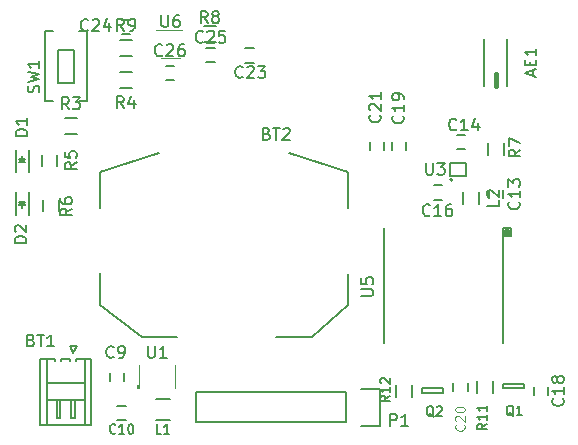
<source format=gto>
G04 #@! TF.FileFunction,Legend,Top*
%FSLAX46Y46*%
G04 Gerber Fmt 4.6, Leading zero omitted, Abs format (unit mm)*
G04 Created by KiCad (PCBNEW 4.0.5+dfsg1-4~bpo8+1) date Tue Nov 21 17:33:29 2017*
%MOMM*%
%LPD*%
G01*
G04 APERTURE LIST*
%ADD10C,0.100000*%
%ADD11C,0.200000*%
%ADD12C,0.150000*%
%ADD13C,0.400000*%
%ADD14C,0.120000*%
G04 APERTURE END LIST*
D10*
D11*
X98700000Y-86400000D02*
X101700000Y-86400000D01*
X113100000Y-86400000D02*
X110100000Y-86400000D01*
X95200000Y-72500000D02*
X95200000Y-75500000D01*
X95200000Y-83700000D02*
X95200000Y-81000000D01*
X116200000Y-83700000D02*
X116200000Y-81100000D01*
X116200000Y-72500000D02*
X116200000Y-75500000D01*
X116200000Y-72500000D02*
X111200000Y-70900000D01*
X95200000Y-72500000D02*
X100200000Y-70900000D01*
X98700000Y-86400000D02*
X95200000Y-83700000D01*
X113100000Y-86400000D02*
X116200000Y-83700000D01*
D12*
X93150000Y-88450000D02*
X93150000Y-88300000D01*
X93150000Y-88300000D02*
X94450000Y-88300000D01*
X94450000Y-88300000D02*
X94450000Y-93900000D01*
X94450000Y-93900000D02*
X90100000Y-93900000D01*
X90100000Y-93900000D02*
X90100000Y-88300000D01*
X90100000Y-88300000D02*
X91400000Y-88300000D01*
X91400000Y-88300000D02*
X91400000Y-88450000D01*
X93900000Y-91800000D02*
X90650000Y-91800000D01*
X93900000Y-90300000D02*
X90650000Y-90300000D01*
X93900000Y-93900000D02*
X93900000Y-88300000D01*
X90650000Y-93900000D02*
X90650000Y-88300000D01*
X92900000Y-91800000D02*
X93050000Y-91800000D01*
X93050000Y-91800000D02*
X93050000Y-93262500D01*
X93050000Y-93262500D02*
X92900000Y-93300000D01*
X92900000Y-93300000D02*
X92750000Y-93262500D01*
X92750000Y-93262500D02*
X92750000Y-91800000D01*
X92750000Y-91800000D02*
X92900000Y-91800000D01*
X91650000Y-91800000D02*
X91800000Y-91800000D01*
X91800000Y-91800000D02*
X91800000Y-93262500D01*
X91800000Y-93262500D02*
X91650000Y-93300000D01*
X91650000Y-93300000D02*
X91500000Y-93262500D01*
X91500000Y-93262500D02*
X91500000Y-91800000D01*
X91500000Y-91800000D02*
X91650000Y-91800000D01*
X92650000Y-88450000D02*
X92650000Y-88300000D01*
X92650000Y-88300000D02*
X91900000Y-88300000D01*
X91900000Y-88300000D02*
X91900000Y-88450000D01*
X92900000Y-87800000D02*
X93200000Y-87200000D01*
X93200000Y-87200000D02*
X92600000Y-87200000D01*
X92600000Y-87200000D02*
X92900000Y-87800000D01*
D11*
X129450000Y-77800000D02*
X129450000Y-77400000D01*
X129450000Y-77400000D02*
X129800000Y-77400000D01*
X129800000Y-77400000D02*
X129800000Y-77700000D01*
X129800000Y-77700000D02*
X129600000Y-77700000D01*
X129600000Y-77700000D02*
X129600000Y-77500000D01*
X129600000Y-77500000D02*
X129700000Y-77500000D01*
X129300000Y-77250000D02*
X129950000Y-77250000D01*
X129950000Y-77250000D02*
X129950000Y-77850000D01*
X129950000Y-77850000D02*
X129300000Y-77850000D01*
X119200000Y-86950000D02*
X119200000Y-77250000D01*
X129300000Y-85300000D02*
X129300000Y-77250000D01*
X129300000Y-86950000D02*
X129300000Y-85300000D01*
D13*
X128670000Y-65190000D02*
X128670000Y-64190000D01*
D11*
X129670000Y-61190000D02*
X129670000Y-65190000D01*
X127670000Y-65190000D02*
X127670000Y-61190000D01*
D12*
X96000000Y-90150000D02*
X96000000Y-89450000D01*
X97200000Y-89450000D02*
X97200000Y-90150000D01*
X97350000Y-93500000D02*
X96650000Y-93500000D01*
X96650000Y-92300000D02*
X97350000Y-92300000D01*
X129330000Y-73960000D02*
X129330000Y-74660000D01*
X128130000Y-74660000D02*
X128130000Y-73960000D01*
X126100000Y-70550000D02*
X125400000Y-70550000D01*
X125400000Y-69350000D02*
X126100000Y-69350000D01*
X124150000Y-74800000D02*
X123450000Y-74800000D01*
X123450000Y-73600000D02*
X124150000Y-73600000D01*
X133100000Y-90650000D02*
X133100000Y-91350000D01*
X131900000Y-91350000D02*
X131900000Y-90650000D01*
X119900000Y-70650000D02*
X119900000Y-69950000D01*
X121100000Y-69950000D02*
X121100000Y-70650000D01*
X126300000Y-90350000D02*
X126300000Y-91050000D01*
X125100000Y-91050000D02*
X125100000Y-90350000D01*
X118000000Y-70650000D02*
X118000000Y-69950000D01*
X119200000Y-69950000D02*
X119200000Y-70650000D01*
X89150000Y-72500000D02*
X89150000Y-70600000D01*
X88050000Y-72500000D02*
X88050000Y-70600000D01*
X88600000Y-71600000D02*
X88600000Y-71150000D01*
X88350000Y-71650000D02*
X88850000Y-71650000D01*
X88600000Y-71650000D02*
X88350000Y-71400000D01*
X88350000Y-71400000D02*
X88850000Y-71400000D01*
X88850000Y-71400000D02*
X88600000Y-71650000D01*
X88050000Y-74200000D02*
X88050000Y-76100000D01*
X89150000Y-74200000D02*
X89150000Y-76100000D01*
X88600000Y-75100000D02*
X88600000Y-75550000D01*
X88850000Y-75050000D02*
X88350000Y-75050000D01*
X88600000Y-75050000D02*
X88850000Y-75300000D01*
X88850000Y-75300000D02*
X88350000Y-75300000D01*
X88350000Y-75300000D02*
X88600000Y-75050000D01*
X101100000Y-93475000D02*
X99900000Y-93475000D01*
X99900000Y-91725000D02*
X101100000Y-91725000D01*
X116030000Y-93670000D02*
X103330000Y-93670000D01*
X103330000Y-93670000D02*
X103330000Y-91130000D01*
X103330000Y-91130000D02*
X116030000Y-91130000D01*
X118850000Y-93950000D02*
X117300000Y-93950000D01*
X116030000Y-93670000D02*
X116030000Y-91130000D01*
X117300000Y-90850000D02*
X118850000Y-90850000D01*
X118850000Y-90850000D02*
X118850000Y-93950000D01*
X129300000Y-90800000D02*
X131100000Y-90800000D01*
X131100000Y-90800000D02*
X131100000Y-90400000D01*
X131100000Y-90400000D02*
X129300000Y-90400000D01*
X129300000Y-90400000D02*
X129300000Y-90800000D01*
X122400000Y-91200000D02*
X124200000Y-91200000D01*
X124200000Y-91200000D02*
X124200000Y-90800000D01*
X124200000Y-90800000D02*
X122400000Y-90800000D01*
X122400000Y-90800000D02*
X122400000Y-91200000D01*
X93200000Y-69275000D02*
X92200000Y-69275000D01*
X92200000Y-67925000D02*
X93200000Y-67925000D01*
X91575000Y-71000000D02*
X91575000Y-72000000D01*
X90225000Y-72000000D02*
X90225000Y-71000000D01*
X91675000Y-74800000D02*
X91675000Y-75800000D01*
X90325000Y-75800000D02*
X90325000Y-74800000D01*
X129345000Y-70020000D02*
X129345000Y-71020000D01*
X127995000Y-71020000D02*
X127995000Y-70020000D01*
X128475000Y-90200000D02*
X128475000Y-91200000D01*
X127125000Y-91200000D02*
X127125000Y-90200000D01*
X121575000Y-90500000D02*
X121575000Y-91500000D01*
X120225000Y-91500000D02*
X120225000Y-90500000D01*
X91600000Y-64900000D02*
X91600000Y-62100000D01*
X91600000Y-62100000D02*
X93000000Y-62100000D01*
X93000000Y-62100000D02*
X93000000Y-64900000D01*
X93000000Y-64900000D02*
X91600000Y-64900000D01*
X90550000Y-60500000D02*
X91200000Y-60500000D01*
X94050000Y-60500000D02*
X93400000Y-60500000D01*
X93400000Y-66500000D02*
X94050000Y-66500000D01*
X90550000Y-66500000D02*
X91200000Y-66500000D01*
X90550000Y-60500000D02*
X90550000Y-66500000D01*
X94050000Y-66500000D02*
X94050000Y-60500000D01*
D10*
X98400000Y-90800000D02*
X98300000Y-90800000D01*
X98300000Y-90800000D02*
X98300000Y-90500000D01*
X98300000Y-90500000D02*
X98400000Y-90500000D01*
X98500000Y-90800000D02*
X98400000Y-90800000D01*
X98400000Y-90800000D02*
X98400000Y-90500000D01*
X98400000Y-90500000D02*
X98500000Y-90500000D01*
X101500000Y-90800000D02*
X101500000Y-88800000D01*
X98500000Y-90800000D02*
X98500000Y-88800000D01*
D12*
X125925000Y-75200000D02*
X125925000Y-74200000D01*
X127275000Y-74200000D02*
X127275000Y-75200000D01*
X125025000Y-73125000D02*
G75*
G03X125025000Y-73125000I-100000J0D01*
G01*
X124825000Y-72850000D02*
X124825000Y-71775000D01*
X124825000Y-71750000D02*
X126175000Y-71750000D01*
X126175000Y-71750000D02*
X126175000Y-72825000D01*
X126175000Y-72850000D02*
X124825000Y-72850000D01*
X107480000Y-62010000D02*
X108180000Y-62010000D01*
X108180000Y-63210000D02*
X107480000Y-63210000D01*
X97720000Y-60790000D02*
X97020000Y-60790000D01*
X97020000Y-59590000D02*
X97720000Y-59590000D01*
X104190000Y-61980000D02*
X104890000Y-61980000D01*
X104890000Y-63180000D02*
X104190000Y-63180000D01*
X100740000Y-63510000D02*
X101440000Y-63510000D01*
X101440000Y-64710000D02*
X100740000Y-64710000D01*
X96850000Y-64035000D02*
X97850000Y-64035000D01*
X97850000Y-65385000D02*
X96850000Y-65385000D01*
X104000000Y-60135000D02*
X105000000Y-60135000D01*
X105000000Y-61485000D02*
X104000000Y-61485000D01*
X97870000Y-62615000D02*
X96870000Y-62615000D01*
X96870000Y-61265000D02*
X97870000Y-61265000D01*
D14*
X102140000Y-60490000D02*
X99940000Y-60490000D01*
X101940000Y-62790000D02*
X100340000Y-62790000D01*
D12*
X109294286Y-69218571D02*
X109437143Y-69266190D01*
X109484762Y-69313810D01*
X109532381Y-69409048D01*
X109532381Y-69551905D01*
X109484762Y-69647143D01*
X109437143Y-69694762D01*
X109341905Y-69742381D01*
X108960952Y-69742381D01*
X108960952Y-68742381D01*
X109294286Y-68742381D01*
X109389524Y-68790000D01*
X109437143Y-68837619D01*
X109484762Y-68932857D01*
X109484762Y-69028095D01*
X109437143Y-69123333D01*
X109389524Y-69170952D01*
X109294286Y-69218571D01*
X108960952Y-69218571D01*
X109818095Y-68742381D02*
X110389524Y-68742381D01*
X110103809Y-69742381D02*
X110103809Y-68742381D01*
X110675238Y-68837619D02*
X110722857Y-68790000D01*
X110818095Y-68742381D01*
X111056191Y-68742381D01*
X111151429Y-68790000D01*
X111199048Y-68837619D01*
X111246667Y-68932857D01*
X111246667Y-69028095D01*
X111199048Y-69170952D01*
X110627619Y-69742381D01*
X111246667Y-69742381D01*
X89334286Y-86718571D02*
X89477143Y-86766190D01*
X89524762Y-86813810D01*
X89572381Y-86909048D01*
X89572381Y-87051905D01*
X89524762Y-87147143D01*
X89477143Y-87194762D01*
X89381905Y-87242381D01*
X89000952Y-87242381D01*
X89000952Y-86242381D01*
X89334286Y-86242381D01*
X89429524Y-86290000D01*
X89477143Y-86337619D01*
X89524762Y-86432857D01*
X89524762Y-86528095D01*
X89477143Y-86623333D01*
X89429524Y-86670952D01*
X89334286Y-86718571D01*
X89000952Y-86718571D01*
X89858095Y-86242381D02*
X90429524Y-86242381D01*
X90143809Y-87242381D02*
X90143809Y-86242381D01*
X91286667Y-87242381D02*
X90715238Y-87242381D01*
X91000952Y-87242381D02*
X91000952Y-86242381D01*
X90905714Y-86385238D01*
X90810476Y-86480476D01*
X90715238Y-86528095D01*
X117302381Y-82961905D02*
X118111905Y-82961905D01*
X118207143Y-82914286D01*
X118254762Y-82866667D01*
X118302381Y-82771429D01*
X118302381Y-82580952D01*
X118254762Y-82485714D01*
X118207143Y-82438095D01*
X118111905Y-82390476D01*
X117302381Y-82390476D01*
X117302381Y-81438095D02*
X117302381Y-81914286D01*
X117778571Y-81961905D01*
X117730952Y-81914286D01*
X117683333Y-81819048D01*
X117683333Y-81580952D01*
X117730952Y-81485714D01*
X117778571Y-81438095D01*
X117873810Y-81390476D01*
X118111905Y-81390476D01*
X118207143Y-81438095D01*
X118254762Y-81485714D01*
X118302381Y-81580952D01*
X118302381Y-81819048D01*
X118254762Y-81914286D01*
X118207143Y-81961905D01*
X131836667Y-64356667D02*
X131836667Y-63880476D01*
X132122381Y-64451905D02*
X131122381Y-64118572D01*
X132122381Y-63785238D01*
X131598571Y-63451905D02*
X131598571Y-63118571D01*
X132122381Y-62975714D02*
X132122381Y-63451905D01*
X131122381Y-63451905D01*
X131122381Y-62975714D01*
X132122381Y-62023333D02*
X132122381Y-62594762D01*
X132122381Y-62309048D02*
X131122381Y-62309048D01*
X131265238Y-62404286D01*
X131360476Y-62499524D01*
X131408095Y-62594762D01*
X96333334Y-88107143D02*
X96285715Y-88154762D01*
X96142858Y-88202381D01*
X96047620Y-88202381D01*
X95904762Y-88154762D01*
X95809524Y-88059524D01*
X95761905Y-87964286D01*
X95714286Y-87773810D01*
X95714286Y-87630952D01*
X95761905Y-87440476D01*
X95809524Y-87345238D01*
X95904762Y-87250000D01*
X96047620Y-87202381D01*
X96142858Y-87202381D01*
X96285715Y-87250000D01*
X96333334Y-87297619D01*
X96809524Y-88202381D02*
X97000000Y-88202381D01*
X97095239Y-88154762D01*
X97142858Y-88107143D01*
X97238096Y-87964286D01*
X97285715Y-87773810D01*
X97285715Y-87392857D01*
X97238096Y-87297619D01*
X97190477Y-87250000D01*
X97095239Y-87202381D01*
X96904762Y-87202381D01*
X96809524Y-87250000D01*
X96761905Y-87297619D01*
X96714286Y-87392857D01*
X96714286Y-87630952D01*
X96761905Y-87726190D01*
X96809524Y-87773810D01*
X96904762Y-87821429D01*
X97095239Y-87821429D01*
X97190477Y-87773810D01*
X97238096Y-87726190D01*
X97285715Y-87630952D01*
X96485714Y-94535714D02*
X96447619Y-94573810D01*
X96333333Y-94611905D01*
X96257143Y-94611905D01*
X96142857Y-94573810D01*
X96066666Y-94497619D01*
X96028571Y-94421429D01*
X95990476Y-94269048D01*
X95990476Y-94154762D01*
X96028571Y-94002381D01*
X96066666Y-93926190D01*
X96142857Y-93850000D01*
X96257143Y-93811905D01*
X96333333Y-93811905D01*
X96447619Y-93850000D01*
X96485714Y-93888095D01*
X97247619Y-94611905D02*
X96790476Y-94611905D01*
X97019047Y-94611905D02*
X97019047Y-93811905D01*
X96942857Y-93926190D01*
X96866666Y-94002381D01*
X96790476Y-94040476D01*
X97742857Y-93811905D02*
X97819048Y-93811905D01*
X97895238Y-93850000D01*
X97933333Y-93888095D01*
X97971429Y-93964286D01*
X98009524Y-94116667D01*
X98009524Y-94307143D01*
X97971429Y-94459524D01*
X97933333Y-94535714D01*
X97895238Y-94573810D01*
X97819048Y-94611905D01*
X97742857Y-94611905D01*
X97666667Y-94573810D01*
X97628571Y-94535714D01*
X97590476Y-94459524D01*
X97552381Y-94307143D01*
X97552381Y-94116667D01*
X97590476Y-93964286D01*
X97628571Y-93888095D01*
X97666667Y-93850000D01*
X97742857Y-93811905D01*
X130637143Y-74992857D02*
X130684762Y-75040476D01*
X130732381Y-75183333D01*
X130732381Y-75278571D01*
X130684762Y-75421429D01*
X130589524Y-75516667D01*
X130494286Y-75564286D01*
X130303810Y-75611905D01*
X130160952Y-75611905D01*
X129970476Y-75564286D01*
X129875238Y-75516667D01*
X129780000Y-75421429D01*
X129732381Y-75278571D01*
X129732381Y-75183333D01*
X129780000Y-75040476D01*
X129827619Y-74992857D01*
X130732381Y-74040476D02*
X130732381Y-74611905D01*
X130732381Y-74326191D02*
X129732381Y-74326191D01*
X129875238Y-74421429D01*
X129970476Y-74516667D01*
X130018095Y-74611905D01*
X129732381Y-73707143D02*
X129732381Y-73088095D01*
X130113333Y-73421429D01*
X130113333Y-73278571D01*
X130160952Y-73183333D01*
X130208571Y-73135714D01*
X130303810Y-73088095D01*
X130541905Y-73088095D01*
X130637143Y-73135714D01*
X130684762Y-73183333D01*
X130732381Y-73278571D01*
X130732381Y-73564286D01*
X130684762Y-73659524D01*
X130637143Y-73707143D01*
X125357143Y-68857143D02*
X125309524Y-68904762D01*
X125166667Y-68952381D01*
X125071429Y-68952381D01*
X124928571Y-68904762D01*
X124833333Y-68809524D01*
X124785714Y-68714286D01*
X124738095Y-68523810D01*
X124738095Y-68380952D01*
X124785714Y-68190476D01*
X124833333Y-68095238D01*
X124928571Y-68000000D01*
X125071429Y-67952381D01*
X125166667Y-67952381D01*
X125309524Y-68000000D01*
X125357143Y-68047619D01*
X126309524Y-68952381D02*
X125738095Y-68952381D01*
X126023809Y-68952381D02*
X126023809Y-67952381D01*
X125928571Y-68095238D01*
X125833333Y-68190476D01*
X125738095Y-68238095D01*
X127166667Y-68285714D02*
X127166667Y-68952381D01*
X126928571Y-67904762D02*
X126690476Y-68619048D01*
X127309524Y-68619048D01*
X123107143Y-76107143D02*
X123059524Y-76154762D01*
X122916667Y-76202381D01*
X122821429Y-76202381D01*
X122678571Y-76154762D01*
X122583333Y-76059524D01*
X122535714Y-75964286D01*
X122488095Y-75773810D01*
X122488095Y-75630952D01*
X122535714Y-75440476D01*
X122583333Y-75345238D01*
X122678571Y-75250000D01*
X122821429Y-75202381D01*
X122916667Y-75202381D01*
X123059524Y-75250000D01*
X123107143Y-75297619D01*
X124059524Y-76202381D02*
X123488095Y-76202381D01*
X123773809Y-76202381D02*
X123773809Y-75202381D01*
X123678571Y-75345238D01*
X123583333Y-75440476D01*
X123488095Y-75488095D01*
X124916667Y-75202381D02*
X124726190Y-75202381D01*
X124630952Y-75250000D01*
X124583333Y-75297619D01*
X124488095Y-75440476D01*
X124440476Y-75630952D01*
X124440476Y-76011905D01*
X124488095Y-76107143D01*
X124535714Y-76154762D01*
X124630952Y-76202381D01*
X124821429Y-76202381D01*
X124916667Y-76154762D01*
X124964286Y-76107143D01*
X125011905Y-76011905D01*
X125011905Y-75773810D01*
X124964286Y-75678571D01*
X124916667Y-75630952D01*
X124821429Y-75583333D01*
X124630952Y-75583333D01*
X124535714Y-75630952D01*
X124488095Y-75678571D01*
X124440476Y-75773810D01*
X134357143Y-91642857D02*
X134404762Y-91690476D01*
X134452381Y-91833333D01*
X134452381Y-91928571D01*
X134404762Y-92071429D01*
X134309524Y-92166667D01*
X134214286Y-92214286D01*
X134023810Y-92261905D01*
X133880952Y-92261905D01*
X133690476Y-92214286D01*
X133595238Y-92166667D01*
X133500000Y-92071429D01*
X133452381Y-91928571D01*
X133452381Y-91833333D01*
X133500000Y-91690476D01*
X133547619Y-91642857D01*
X134452381Y-90690476D02*
X134452381Y-91261905D01*
X134452381Y-90976191D02*
X133452381Y-90976191D01*
X133595238Y-91071429D01*
X133690476Y-91166667D01*
X133738095Y-91261905D01*
X133880952Y-90119048D02*
X133833333Y-90214286D01*
X133785714Y-90261905D01*
X133690476Y-90309524D01*
X133642857Y-90309524D01*
X133547619Y-90261905D01*
X133500000Y-90214286D01*
X133452381Y-90119048D01*
X133452381Y-89928571D01*
X133500000Y-89833333D01*
X133547619Y-89785714D01*
X133642857Y-89738095D01*
X133690476Y-89738095D01*
X133785714Y-89785714D01*
X133833333Y-89833333D01*
X133880952Y-89928571D01*
X133880952Y-90119048D01*
X133928571Y-90214286D01*
X133976190Y-90261905D01*
X134071429Y-90309524D01*
X134261905Y-90309524D01*
X134357143Y-90261905D01*
X134404762Y-90214286D01*
X134452381Y-90119048D01*
X134452381Y-89928571D01*
X134404762Y-89833333D01*
X134357143Y-89785714D01*
X134261905Y-89738095D01*
X134071429Y-89738095D01*
X133976190Y-89785714D01*
X133928571Y-89833333D01*
X133880952Y-89928571D01*
X120807143Y-67722857D02*
X120854762Y-67770476D01*
X120902381Y-67913333D01*
X120902381Y-68008571D01*
X120854762Y-68151429D01*
X120759524Y-68246667D01*
X120664286Y-68294286D01*
X120473810Y-68341905D01*
X120330952Y-68341905D01*
X120140476Y-68294286D01*
X120045238Y-68246667D01*
X119950000Y-68151429D01*
X119902381Y-68008571D01*
X119902381Y-67913333D01*
X119950000Y-67770476D01*
X119997619Y-67722857D01*
X120902381Y-66770476D02*
X120902381Y-67341905D01*
X120902381Y-67056191D02*
X119902381Y-67056191D01*
X120045238Y-67151429D01*
X120140476Y-67246667D01*
X120188095Y-67341905D01*
X120902381Y-66294286D02*
X120902381Y-66103810D01*
X120854762Y-66008571D01*
X120807143Y-65960952D01*
X120664286Y-65865714D01*
X120473810Y-65818095D01*
X120092857Y-65818095D01*
X119997619Y-65865714D01*
X119950000Y-65913333D01*
X119902381Y-66008571D01*
X119902381Y-66199048D01*
X119950000Y-66294286D01*
X119997619Y-66341905D01*
X120092857Y-66389524D01*
X120330952Y-66389524D01*
X120426190Y-66341905D01*
X120473810Y-66294286D01*
X120521429Y-66199048D01*
X120521429Y-66008571D01*
X120473810Y-65913333D01*
X120426190Y-65865714D01*
X120330952Y-65818095D01*
D10*
X125985714Y-93864286D02*
X126023810Y-93902381D01*
X126061905Y-94016667D01*
X126061905Y-94092857D01*
X126023810Y-94207143D01*
X125947619Y-94283334D01*
X125871429Y-94321429D01*
X125719048Y-94359524D01*
X125604762Y-94359524D01*
X125452381Y-94321429D01*
X125376190Y-94283334D01*
X125300000Y-94207143D01*
X125261905Y-94092857D01*
X125261905Y-94016667D01*
X125300000Y-93902381D01*
X125338095Y-93864286D01*
X125338095Y-93559524D02*
X125300000Y-93521429D01*
X125261905Y-93445238D01*
X125261905Y-93254762D01*
X125300000Y-93178572D01*
X125338095Y-93140476D01*
X125414286Y-93102381D01*
X125490476Y-93102381D01*
X125604762Y-93140476D01*
X126061905Y-93597619D01*
X126061905Y-93102381D01*
X125261905Y-92607143D02*
X125261905Y-92530952D01*
X125300000Y-92454762D01*
X125338095Y-92416667D01*
X125414286Y-92378571D01*
X125566667Y-92340476D01*
X125757143Y-92340476D01*
X125909524Y-92378571D01*
X125985714Y-92416667D01*
X126023810Y-92454762D01*
X126061905Y-92530952D01*
X126061905Y-92607143D01*
X126023810Y-92683333D01*
X125985714Y-92721429D01*
X125909524Y-92759524D01*
X125757143Y-92797619D01*
X125566667Y-92797619D01*
X125414286Y-92759524D01*
X125338095Y-92721429D01*
X125300000Y-92683333D01*
X125261905Y-92607143D01*
D12*
X118877143Y-67642857D02*
X118924762Y-67690476D01*
X118972381Y-67833333D01*
X118972381Y-67928571D01*
X118924762Y-68071429D01*
X118829524Y-68166667D01*
X118734286Y-68214286D01*
X118543810Y-68261905D01*
X118400952Y-68261905D01*
X118210476Y-68214286D01*
X118115238Y-68166667D01*
X118020000Y-68071429D01*
X117972381Y-67928571D01*
X117972381Y-67833333D01*
X118020000Y-67690476D01*
X118067619Y-67642857D01*
X118067619Y-67261905D02*
X118020000Y-67214286D01*
X117972381Y-67119048D01*
X117972381Y-66880952D01*
X118020000Y-66785714D01*
X118067619Y-66738095D01*
X118162857Y-66690476D01*
X118258095Y-66690476D01*
X118400952Y-66738095D01*
X118972381Y-67309524D01*
X118972381Y-66690476D01*
X118972381Y-65738095D02*
X118972381Y-66309524D01*
X118972381Y-66023810D02*
X117972381Y-66023810D01*
X118115238Y-66119048D01*
X118210476Y-66214286D01*
X118258095Y-66309524D01*
X89032381Y-69428095D02*
X88032381Y-69428095D01*
X88032381Y-69190000D01*
X88080000Y-69047142D01*
X88175238Y-68951904D01*
X88270476Y-68904285D01*
X88460952Y-68856666D01*
X88603810Y-68856666D01*
X88794286Y-68904285D01*
X88889524Y-68951904D01*
X88984762Y-69047142D01*
X89032381Y-69190000D01*
X89032381Y-69428095D01*
X89032381Y-67904285D02*
X89032381Y-68475714D01*
X89032381Y-68190000D02*
X88032381Y-68190000D01*
X88175238Y-68285238D01*
X88270476Y-68380476D01*
X88318095Y-68475714D01*
X88952381Y-78488095D02*
X87952381Y-78488095D01*
X87952381Y-78250000D01*
X88000000Y-78107142D01*
X88095238Y-78011904D01*
X88190476Y-77964285D01*
X88380952Y-77916666D01*
X88523810Y-77916666D01*
X88714286Y-77964285D01*
X88809524Y-78011904D01*
X88904762Y-78107142D01*
X88952381Y-78250000D01*
X88952381Y-78488095D01*
X88047619Y-77535714D02*
X88000000Y-77488095D01*
X87952381Y-77392857D01*
X87952381Y-77154761D01*
X88000000Y-77059523D01*
X88047619Y-77011904D01*
X88142857Y-76964285D01*
X88238095Y-76964285D01*
X88380952Y-77011904D01*
X88952381Y-77583333D01*
X88952381Y-76964285D01*
X100366667Y-94611905D02*
X99985714Y-94611905D01*
X99985714Y-93811905D01*
X101052381Y-94611905D02*
X100595238Y-94611905D01*
X100823809Y-94611905D02*
X100823809Y-93811905D01*
X100747619Y-93926190D01*
X100671428Y-94002381D01*
X100595238Y-94040476D01*
X119731905Y-93952381D02*
X119731905Y-92952381D01*
X120112858Y-92952381D01*
X120208096Y-93000000D01*
X120255715Y-93047619D01*
X120303334Y-93142857D01*
X120303334Y-93285714D01*
X120255715Y-93380952D01*
X120208096Y-93428571D01*
X120112858Y-93476190D01*
X119731905Y-93476190D01*
X121255715Y-93952381D02*
X120684286Y-93952381D01*
X120970000Y-93952381D02*
X120970000Y-92952381D01*
X120874762Y-93095238D01*
X120779524Y-93190476D01*
X120684286Y-93238095D01*
X130183810Y-93138095D02*
X130107619Y-93100000D01*
X130031429Y-93023810D01*
X129917143Y-92909524D01*
X129840952Y-92871429D01*
X129764762Y-92871429D01*
X129802857Y-93061905D02*
X129726667Y-93023810D01*
X129650476Y-92947619D01*
X129612381Y-92795238D01*
X129612381Y-92528571D01*
X129650476Y-92376190D01*
X129726667Y-92300000D01*
X129802857Y-92261905D01*
X129955238Y-92261905D01*
X130031429Y-92300000D01*
X130107619Y-92376190D01*
X130145714Y-92528571D01*
X130145714Y-92795238D01*
X130107619Y-92947619D01*
X130031429Y-93023810D01*
X129955238Y-93061905D01*
X129802857Y-93061905D01*
X130907619Y-93061905D02*
X130450476Y-93061905D01*
X130679047Y-93061905D02*
X130679047Y-92261905D01*
X130602857Y-92376190D01*
X130526666Y-92452381D01*
X130450476Y-92490476D01*
X123423810Y-93188095D02*
X123347619Y-93150000D01*
X123271429Y-93073810D01*
X123157143Y-92959524D01*
X123080952Y-92921429D01*
X123004762Y-92921429D01*
X123042857Y-93111905D02*
X122966667Y-93073810D01*
X122890476Y-92997619D01*
X122852381Y-92845238D01*
X122852381Y-92578571D01*
X122890476Y-92426190D01*
X122966667Y-92350000D01*
X123042857Y-92311905D01*
X123195238Y-92311905D01*
X123271429Y-92350000D01*
X123347619Y-92426190D01*
X123385714Y-92578571D01*
X123385714Y-92845238D01*
X123347619Y-92997619D01*
X123271429Y-93073810D01*
X123195238Y-93111905D01*
X123042857Y-93111905D01*
X123690476Y-92388095D02*
X123728571Y-92350000D01*
X123804762Y-92311905D01*
X123995238Y-92311905D01*
X124071428Y-92350000D01*
X124109524Y-92388095D01*
X124147619Y-92464286D01*
X124147619Y-92540476D01*
X124109524Y-92654762D01*
X123652381Y-93111905D01*
X124147619Y-93111905D01*
X92533334Y-67152381D02*
X92200000Y-66676190D01*
X91961905Y-67152381D02*
X91961905Y-66152381D01*
X92342858Y-66152381D01*
X92438096Y-66200000D01*
X92485715Y-66247619D01*
X92533334Y-66342857D01*
X92533334Y-66485714D01*
X92485715Y-66580952D01*
X92438096Y-66628571D01*
X92342858Y-66676190D01*
X91961905Y-66676190D01*
X92866667Y-66152381D02*
X93485715Y-66152381D01*
X93152381Y-66533333D01*
X93295239Y-66533333D01*
X93390477Y-66580952D01*
X93438096Y-66628571D01*
X93485715Y-66723810D01*
X93485715Y-66961905D01*
X93438096Y-67057143D01*
X93390477Y-67104762D01*
X93295239Y-67152381D01*
X93009524Y-67152381D01*
X92914286Y-67104762D01*
X92866667Y-67057143D01*
X93202381Y-71666666D02*
X92726190Y-72000000D01*
X93202381Y-72238095D02*
X92202381Y-72238095D01*
X92202381Y-71857142D01*
X92250000Y-71761904D01*
X92297619Y-71714285D01*
X92392857Y-71666666D01*
X92535714Y-71666666D01*
X92630952Y-71714285D01*
X92678571Y-71761904D01*
X92726190Y-71857142D01*
X92726190Y-72238095D01*
X92202381Y-70761904D02*
X92202381Y-71238095D01*
X92678571Y-71285714D01*
X92630952Y-71238095D01*
X92583333Y-71142857D01*
X92583333Y-70904761D01*
X92630952Y-70809523D01*
X92678571Y-70761904D01*
X92773810Y-70714285D01*
X93011905Y-70714285D01*
X93107143Y-70761904D01*
X93154762Y-70809523D01*
X93202381Y-70904761D01*
X93202381Y-71142857D01*
X93154762Y-71238095D01*
X93107143Y-71285714D01*
X92802381Y-75566666D02*
X92326190Y-75900000D01*
X92802381Y-76138095D02*
X91802381Y-76138095D01*
X91802381Y-75757142D01*
X91850000Y-75661904D01*
X91897619Y-75614285D01*
X91992857Y-75566666D01*
X92135714Y-75566666D01*
X92230952Y-75614285D01*
X92278571Y-75661904D01*
X92326190Y-75757142D01*
X92326190Y-76138095D01*
X91802381Y-74709523D02*
X91802381Y-74900000D01*
X91850000Y-74995238D01*
X91897619Y-75042857D01*
X92040476Y-75138095D01*
X92230952Y-75185714D01*
X92611905Y-75185714D01*
X92707143Y-75138095D01*
X92754762Y-75090476D01*
X92802381Y-74995238D01*
X92802381Y-74804761D01*
X92754762Y-74709523D01*
X92707143Y-74661904D01*
X92611905Y-74614285D01*
X92373810Y-74614285D01*
X92278571Y-74661904D01*
X92230952Y-74709523D01*
X92183333Y-74804761D01*
X92183333Y-74995238D01*
X92230952Y-75090476D01*
X92278571Y-75138095D01*
X92373810Y-75185714D01*
X130772381Y-70586666D02*
X130296190Y-70920000D01*
X130772381Y-71158095D02*
X129772381Y-71158095D01*
X129772381Y-70777142D01*
X129820000Y-70681904D01*
X129867619Y-70634285D01*
X129962857Y-70586666D01*
X130105714Y-70586666D01*
X130200952Y-70634285D01*
X130248571Y-70681904D01*
X130296190Y-70777142D01*
X130296190Y-71158095D01*
X129772381Y-70253333D02*
X129772381Y-69586666D01*
X130772381Y-70015238D01*
X127911905Y-93784286D02*
X127530952Y-94050953D01*
X127911905Y-94241429D02*
X127111905Y-94241429D01*
X127111905Y-93936667D01*
X127150000Y-93860476D01*
X127188095Y-93822381D01*
X127264286Y-93784286D01*
X127378571Y-93784286D01*
X127454762Y-93822381D01*
X127492857Y-93860476D01*
X127530952Y-93936667D01*
X127530952Y-94241429D01*
X127911905Y-93022381D02*
X127911905Y-93479524D01*
X127911905Y-93250953D02*
X127111905Y-93250953D01*
X127226190Y-93327143D01*
X127302381Y-93403334D01*
X127340476Y-93479524D01*
X127911905Y-92260476D02*
X127911905Y-92717619D01*
X127911905Y-92489048D02*
X127111905Y-92489048D01*
X127226190Y-92565238D01*
X127302381Y-92641429D01*
X127340476Y-92717619D01*
X119691905Y-91424286D02*
X119310952Y-91690953D01*
X119691905Y-91881429D02*
X118891905Y-91881429D01*
X118891905Y-91576667D01*
X118930000Y-91500476D01*
X118968095Y-91462381D01*
X119044286Y-91424286D01*
X119158571Y-91424286D01*
X119234762Y-91462381D01*
X119272857Y-91500476D01*
X119310952Y-91576667D01*
X119310952Y-91881429D01*
X119691905Y-90662381D02*
X119691905Y-91119524D01*
X119691905Y-90890953D02*
X118891905Y-90890953D01*
X119006190Y-90967143D01*
X119082381Y-91043334D01*
X119120476Y-91119524D01*
X118968095Y-90357619D02*
X118930000Y-90319524D01*
X118891905Y-90243333D01*
X118891905Y-90052857D01*
X118930000Y-89976667D01*
X118968095Y-89938571D01*
X119044286Y-89900476D01*
X119120476Y-89900476D01*
X119234762Y-89938571D01*
X119691905Y-90395714D01*
X119691905Y-89900476D01*
X90004762Y-65733333D02*
X90052381Y-65590476D01*
X90052381Y-65352380D01*
X90004762Y-65257142D01*
X89957143Y-65209523D01*
X89861905Y-65161904D01*
X89766667Y-65161904D01*
X89671429Y-65209523D01*
X89623810Y-65257142D01*
X89576190Y-65352380D01*
X89528571Y-65542857D01*
X89480952Y-65638095D01*
X89433333Y-65685714D01*
X89338095Y-65733333D01*
X89242857Y-65733333D01*
X89147619Y-65685714D01*
X89100000Y-65638095D01*
X89052381Y-65542857D01*
X89052381Y-65304761D01*
X89100000Y-65161904D01*
X89052381Y-64828571D02*
X90052381Y-64590476D01*
X89338095Y-64399999D01*
X90052381Y-64209523D01*
X89052381Y-63971428D01*
X90052381Y-63066666D02*
X90052381Y-63638095D01*
X90052381Y-63352381D02*
X89052381Y-63352381D01*
X89195238Y-63447619D01*
X89290476Y-63542857D01*
X89338095Y-63638095D01*
X99238095Y-87202381D02*
X99238095Y-88011905D01*
X99285714Y-88107143D01*
X99333333Y-88154762D01*
X99428571Y-88202381D01*
X99619048Y-88202381D01*
X99714286Y-88154762D01*
X99761905Y-88107143D01*
X99809524Y-88011905D01*
X99809524Y-87202381D01*
X100809524Y-88202381D02*
X100238095Y-88202381D01*
X100523809Y-88202381D02*
X100523809Y-87202381D01*
X100428571Y-87345238D01*
X100333333Y-87440476D01*
X100238095Y-87488095D01*
X128952381Y-74866666D02*
X128952381Y-75342857D01*
X127952381Y-75342857D01*
X128047619Y-74580952D02*
X128000000Y-74533333D01*
X127952381Y-74438095D01*
X127952381Y-74199999D01*
X128000000Y-74104761D01*
X128047619Y-74057142D01*
X128142857Y-74009523D01*
X128238095Y-74009523D01*
X128380952Y-74057142D01*
X128952381Y-74628571D01*
X128952381Y-74009523D01*
X122788095Y-71702381D02*
X122788095Y-72511905D01*
X122835714Y-72607143D01*
X122883333Y-72654762D01*
X122978571Y-72702381D01*
X123169048Y-72702381D01*
X123264286Y-72654762D01*
X123311905Y-72607143D01*
X123359524Y-72511905D01*
X123359524Y-71702381D01*
X123740476Y-71702381D02*
X124359524Y-71702381D01*
X124026190Y-72083333D01*
X124169048Y-72083333D01*
X124264286Y-72130952D01*
X124311905Y-72178571D01*
X124359524Y-72273810D01*
X124359524Y-72511905D01*
X124311905Y-72607143D01*
X124264286Y-72654762D01*
X124169048Y-72702381D01*
X123883333Y-72702381D01*
X123788095Y-72654762D01*
X123740476Y-72607143D01*
X107257143Y-64407143D02*
X107209524Y-64454762D01*
X107066667Y-64502381D01*
X106971429Y-64502381D01*
X106828571Y-64454762D01*
X106733333Y-64359524D01*
X106685714Y-64264286D01*
X106638095Y-64073810D01*
X106638095Y-63930952D01*
X106685714Y-63740476D01*
X106733333Y-63645238D01*
X106828571Y-63550000D01*
X106971429Y-63502381D01*
X107066667Y-63502381D01*
X107209524Y-63550000D01*
X107257143Y-63597619D01*
X107638095Y-63597619D02*
X107685714Y-63550000D01*
X107780952Y-63502381D01*
X108019048Y-63502381D01*
X108114286Y-63550000D01*
X108161905Y-63597619D01*
X108209524Y-63692857D01*
X108209524Y-63788095D01*
X108161905Y-63930952D01*
X107590476Y-64502381D01*
X108209524Y-64502381D01*
X108542857Y-63502381D02*
X109161905Y-63502381D01*
X108828571Y-63883333D01*
X108971429Y-63883333D01*
X109066667Y-63930952D01*
X109114286Y-63978571D01*
X109161905Y-64073810D01*
X109161905Y-64311905D01*
X109114286Y-64407143D01*
X109066667Y-64454762D01*
X108971429Y-64502381D01*
X108685714Y-64502381D01*
X108590476Y-64454762D01*
X108542857Y-64407143D01*
X94167143Y-60417143D02*
X94119524Y-60464762D01*
X93976667Y-60512381D01*
X93881429Y-60512381D01*
X93738571Y-60464762D01*
X93643333Y-60369524D01*
X93595714Y-60274286D01*
X93548095Y-60083810D01*
X93548095Y-59940952D01*
X93595714Y-59750476D01*
X93643333Y-59655238D01*
X93738571Y-59560000D01*
X93881429Y-59512381D01*
X93976667Y-59512381D01*
X94119524Y-59560000D01*
X94167143Y-59607619D01*
X94548095Y-59607619D02*
X94595714Y-59560000D01*
X94690952Y-59512381D01*
X94929048Y-59512381D01*
X95024286Y-59560000D01*
X95071905Y-59607619D01*
X95119524Y-59702857D01*
X95119524Y-59798095D01*
X95071905Y-59940952D01*
X94500476Y-60512381D01*
X95119524Y-60512381D01*
X95976667Y-59845714D02*
X95976667Y-60512381D01*
X95738571Y-59464762D02*
X95500476Y-60179048D01*
X96119524Y-60179048D01*
X103897143Y-61427143D02*
X103849524Y-61474762D01*
X103706667Y-61522381D01*
X103611429Y-61522381D01*
X103468571Y-61474762D01*
X103373333Y-61379524D01*
X103325714Y-61284286D01*
X103278095Y-61093810D01*
X103278095Y-60950952D01*
X103325714Y-60760476D01*
X103373333Y-60665238D01*
X103468571Y-60570000D01*
X103611429Y-60522381D01*
X103706667Y-60522381D01*
X103849524Y-60570000D01*
X103897143Y-60617619D01*
X104278095Y-60617619D02*
X104325714Y-60570000D01*
X104420952Y-60522381D01*
X104659048Y-60522381D01*
X104754286Y-60570000D01*
X104801905Y-60617619D01*
X104849524Y-60712857D01*
X104849524Y-60808095D01*
X104801905Y-60950952D01*
X104230476Y-61522381D01*
X104849524Y-61522381D01*
X105754286Y-60522381D02*
X105278095Y-60522381D01*
X105230476Y-60998571D01*
X105278095Y-60950952D01*
X105373333Y-60903333D01*
X105611429Y-60903333D01*
X105706667Y-60950952D01*
X105754286Y-60998571D01*
X105801905Y-61093810D01*
X105801905Y-61331905D01*
X105754286Y-61427143D01*
X105706667Y-61474762D01*
X105611429Y-61522381D01*
X105373333Y-61522381D01*
X105278095Y-61474762D01*
X105230476Y-61427143D01*
X100447143Y-62567143D02*
X100399524Y-62614762D01*
X100256667Y-62662381D01*
X100161429Y-62662381D01*
X100018571Y-62614762D01*
X99923333Y-62519524D01*
X99875714Y-62424286D01*
X99828095Y-62233810D01*
X99828095Y-62090952D01*
X99875714Y-61900476D01*
X99923333Y-61805238D01*
X100018571Y-61710000D01*
X100161429Y-61662381D01*
X100256667Y-61662381D01*
X100399524Y-61710000D01*
X100447143Y-61757619D01*
X100828095Y-61757619D02*
X100875714Y-61710000D01*
X100970952Y-61662381D01*
X101209048Y-61662381D01*
X101304286Y-61710000D01*
X101351905Y-61757619D01*
X101399524Y-61852857D01*
X101399524Y-61948095D01*
X101351905Y-62090952D01*
X100780476Y-62662381D01*
X101399524Y-62662381D01*
X102256667Y-61662381D02*
X102066190Y-61662381D01*
X101970952Y-61710000D01*
X101923333Y-61757619D01*
X101828095Y-61900476D01*
X101780476Y-62090952D01*
X101780476Y-62471905D01*
X101828095Y-62567143D01*
X101875714Y-62614762D01*
X101970952Y-62662381D01*
X102161429Y-62662381D01*
X102256667Y-62614762D01*
X102304286Y-62567143D01*
X102351905Y-62471905D01*
X102351905Y-62233810D01*
X102304286Y-62138571D01*
X102256667Y-62090952D01*
X102161429Y-62043333D01*
X101970952Y-62043333D01*
X101875714Y-62090952D01*
X101828095Y-62138571D01*
X101780476Y-62233810D01*
X97183334Y-67062381D02*
X96850000Y-66586190D01*
X96611905Y-67062381D02*
X96611905Y-66062381D01*
X96992858Y-66062381D01*
X97088096Y-66110000D01*
X97135715Y-66157619D01*
X97183334Y-66252857D01*
X97183334Y-66395714D01*
X97135715Y-66490952D01*
X97088096Y-66538571D01*
X96992858Y-66586190D01*
X96611905Y-66586190D01*
X98040477Y-66395714D02*
X98040477Y-67062381D01*
X97802381Y-66014762D02*
X97564286Y-66729048D01*
X98183334Y-66729048D01*
X104283334Y-59862381D02*
X103950000Y-59386190D01*
X103711905Y-59862381D02*
X103711905Y-58862381D01*
X104092858Y-58862381D01*
X104188096Y-58910000D01*
X104235715Y-58957619D01*
X104283334Y-59052857D01*
X104283334Y-59195714D01*
X104235715Y-59290952D01*
X104188096Y-59338571D01*
X104092858Y-59386190D01*
X103711905Y-59386190D01*
X104854762Y-59290952D02*
X104759524Y-59243333D01*
X104711905Y-59195714D01*
X104664286Y-59100476D01*
X104664286Y-59052857D01*
X104711905Y-58957619D01*
X104759524Y-58910000D01*
X104854762Y-58862381D01*
X105045239Y-58862381D01*
X105140477Y-58910000D01*
X105188096Y-58957619D01*
X105235715Y-59052857D01*
X105235715Y-59100476D01*
X105188096Y-59195714D01*
X105140477Y-59243333D01*
X105045239Y-59290952D01*
X104854762Y-59290952D01*
X104759524Y-59338571D01*
X104711905Y-59386190D01*
X104664286Y-59481429D01*
X104664286Y-59671905D01*
X104711905Y-59767143D01*
X104759524Y-59814762D01*
X104854762Y-59862381D01*
X105045239Y-59862381D01*
X105140477Y-59814762D01*
X105188096Y-59767143D01*
X105235715Y-59671905D01*
X105235715Y-59481429D01*
X105188096Y-59386190D01*
X105140477Y-59338571D01*
X105045239Y-59290952D01*
X97203334Y-60492381D02*
X96870000Y-60016190D01*
X96631905Y-60492381D02*
X96631905Y-59492381D01*
X97012858Y-59492381D01*
X97108096Y-59540000D01*
X97155715Y-59587619D01*
X97203334Y-59682857D01*
X97203334Y-59825714D01*
X97155715Y-59920952D01*
X97108096Y-59968571D01*
X97012858Y-60016190D01*
X96631905Y-60016190D01*
X97679524Y-60492381D02*
X97870000Y-60492381D01*
X97965239Y-60444762D01*
X98012858Y-60397143D01*
X98108096Y-60254286D01*
X98155715Y-60063810D01*
X98155715Y-59682857D01*
X98108096Y-59587619D01*
X98060477Y-59540000D01*
X97965239Y-59492381D01*
X97774762Y-59492381D01*
X97679524Y-59540000D01*
X97631905Y-59587619D01*
X97584286Y-59682857D01*
X97584286Y-59920952D01*
X97631905Y-60016190D01*
X97679524Y-60063810D01*
X97774762Y-60111429D01*
X97965239Y-60111429D01*
X98060477Y-60063810D01*
X98108096Y-60016190D01*
X98155715Y-59920952D01*
X100378095Y-59192381D02*
X100378095Y-60001905D01*
X100425714Y-60097143D01*
X100473333Y-60144762D01*
X100568571Y-60192381D01*
X100759048Y-60192381D01*
X100854286Y-60144762D01*
X100901905Y-60097143D01*
X100949524Y-60001905D01*
X100949524Y-59192381D01*
X101854286Y-59192381D02*
X101663809Y-59192381D01*
X101568571Y-59240000D01*
X101520952Y-59287619D01*
X101425714Y-59430476D01*
X101378095Y-59620952D01*
X101378095Y-60001905D01*
X101425714Y-60097143D01*
X101473333Y-60144762D01*
X101568571Y-60192381D01*
X101759048Y-60192381D01*
X101854286Y-60144762D01*
X101901905Y-60097143D01*
X101949524Y-60001905D01*
X101949524Y-59763810D01*
X101901905Y-59668571D01*
X101854286Y-59620952D01*
X101759048Y-59573333D01*
X101568571Y-59573333D01*
X101473333Y-59620952D01*
X101425714Y-59668571D01*
X101378095Y-59763810D01*
M02*

</source>
